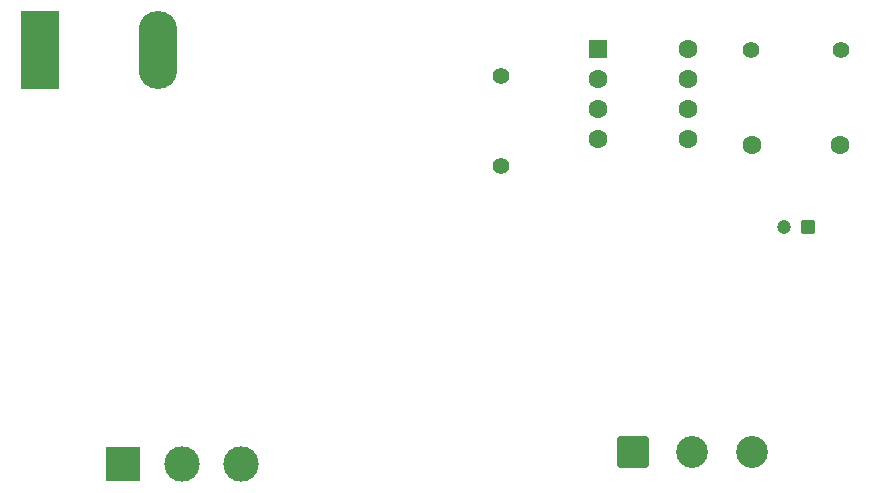
<source format=gbr>
%TF.GenerationSoftware,KiCad,Pcbnew,9.0.2*%
%TF.CreationDate,2025-06-20T12:40:34-04:00*%
%TF.ProjectId,criss,63726973-732e-46b6-9963-61645f706362,rev?*%
%TF.SameCoordinates,Original*%
%TF.FileFunction,Soldermask,Bot*%
%TF.FilePolarity,Negative*%
%FSLAX46Y46*%
G04 Gerber Fmt 4.6, Leading zero omitted, Abs format (unit mm)*
G04 Created by KiCad (PCBNEW 9.0.2) date 2025-06-20 12:40:34*
%MOMM*%
%LPD*%
G01*
G04 APERTURE LIST*
G04 Aperture macros list*
%AMRoundRect*
0 Rectangle with rounded corners*
0 $1 Rounding radius*
0 $2 $3 $4 $5 $6 $7 $8 $9 X,Y pos of 4 corners*
0 Add a 4 corners polygon primitive as box body*
4,1,4,$2,$3,$4,$5,$6,$7,$8,$9,$2,$3,0*
0 Add four circle primitives for the rounded corners*
1,1,$1+$1,$2,$3*
1,1,$1+$1,$4,$5*
1,1,$1+$1,$6,$7*
1,1,$1+$1,$8,$9*
0 Add four rect primitives between the rounded corners*
20,1,$1+$1,$2,$3,$4,$5,0*
20,1,$1+$1,$4,$5,$6,$7,0*
20,1,$1+$1,$6,$7,$8,$9,0*
20,1,$1+$1,$8,$9,$2,$3,0*%
G04 Aperture macros list end*
%ADD10RoundRect,0.250000X0.350000X0.350000X-0.350000X0.350000X-0.350000X-0.350000X0.350000X-0.350000X0*%
%ADD11C,1.200000*%
%ADD12RoundRect,0.250000X-0.550000X-0.550000X0.550000X-0.550000X0.550000X0.550000X-0.550000X0.550000X0*%
%ADD13C,1.600000*%
%ADD14R,3.300000X6.600000*%
%ADD15O,3.300000X6.600000*%
%ADD16C,1.400000*%
%ADD17R,3.000000X3.000000*%
%ADD18C,3.000000*%
%ADD19RoundRect,0.250001X-1.099999X-1.099999X1.099999X-1.099999X1.099999X1.099999X-1.099999X1.099999X0*%
%ADD20C,2.700000*%
G04 APERTURE END LIST*
D10*
%TO.C,C2*%
X95000000Y-45000000D03*
D11*
X93000000Y-45000000D03*
%TD*%
D12*
%TO.C,U1*%
X77195000Y-29920000D03*
D13*
X77195000Y-32460000D03*
X77195000Y-35000000D03*
X77195000Y-37540000D03*
X84815000Y-37540000D03*
X84815000Y-35000000D03*
X84815000Y-32460000D03*
X84815000Y-29920000D03*
%TD*%
D14*
%TO.C,J2*%
X30000000Y-30000000D03*
D15*
X40000000Y-30000000D03*
%TD*%
D16*
%TO.C,R2*%
X69000000Y-39810000D03*
X69000000Y-32190000D03*
%TD*%
D17*
%TO.C,RV1*%
X37000000Y-65000000D03*
D18*
X42000000Y-65000000D03*
X47000000Y-65000000D03*
%TD*%
D13*
%TO.C,C1*%
X90250000Y-38000000D03*
X97750000Y-38000000D03*
%TD*%
D19*
%TO.C,J1*%
X80222500Y-64000000D03*
D20*
X85222500Y-64000000D03*
X90222500Y-64000000D03*
%TD*%
D16*
%TO.C,R1*%
X90190000Y-30000000D03*
X97810000Y-30000000D03*
%TD*%
M02*

</source>
